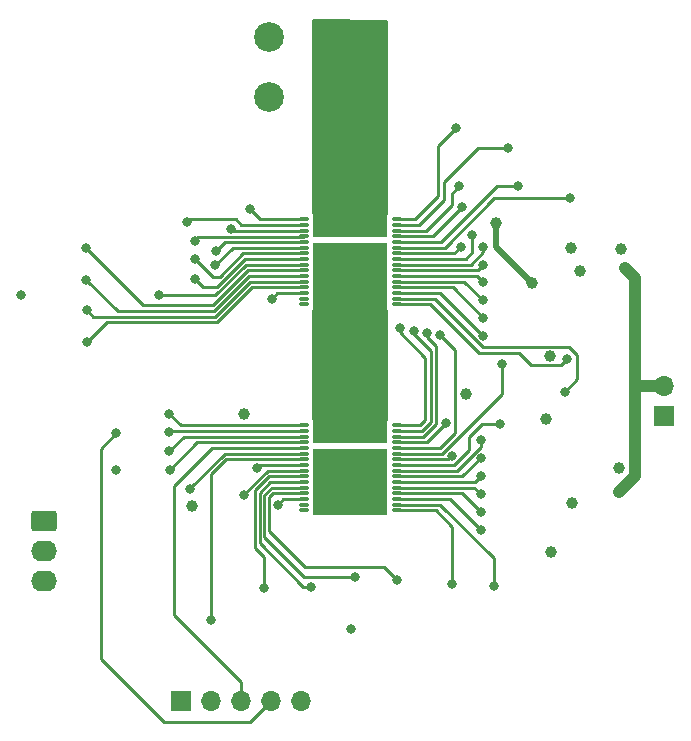
<source format=gbr>
%TF.GenerationSoftware,KiCad,Pcbnew,(6.0.0-0)*%
%TF.CreationDate,2022-06-10T22:05:24-07:00*%
%TF.ProjectId,bitaxe,62697461-7865-42e6-9b69-6361645f7063,rev?*%
%TF.SameCoordinates,Original*%
%TF.FileFunction,Copper,L4,Bot*%
%TF.FilePolarity,Positive*%
%FSLAX46Y46*%
G04 Gerber Fmt 4.6, Leading zero omitted, Abs format (unit mm)*
G04 Created by KiCad (PCBNEW (6.0.0-0)) date 2022-06-10 22:05:24*
%MOMM*%
%LPD*%
G01*
G04 APERTURE LIST*
G04 Aperture macros list*
%AMRoundRect*
0 Rectangle with rounded corners*
0 $1 Rounding radius*
0 $2 $3 $4 $5 $6 $7 $8 $9 X,Y pos of 4 corners*
0 Add a 4 corners polygon primitive as box body*
4,1,4,$2,$3,$4,$5,$6,$7,$8,$9,$2,$3,0*
0 Add four circle primitives for the rounded corners*
1,1,$1+$1,$2,$3*
1,1,$1+$1,$4,$5*
1,1,$1+$1,$6,$7*
1,1,$1+$1,$8,$9*
0 Add four rect primitives between the rounded corners*
20,1,$1+$1,$2,$3,$4,$5,0*
20,1,$1+$1,$4,$5,$6,$7,0*
20,1,$1+$1,$6,$7,$8,$9,0*
20,1,$1+$1,$8,$9,$2,$3,0*%
G04 Aperture macros list end*
%TA.AperFunction,ComponentPad*%
%ADD10O,2.190000X1.740000*%
%TD*%
%TA.AperFunction,ComponentPad*%
%ADD11RoundRect,0.250000X-0.845000X0.620000X-0.845000X-0.620000X0.845000X-0.620000X0.845000X0.620000X0*%
%TD*%
%TA.AperFunction,ComponentPad*%
%ADD12C,2.520000*%
%TD*%
%TA.AperFunction,ComponentPad*%
%ADD13O,1.700000X1.700000*%
%TD*%
%TA.AperFunction,ComponentPad*%
%ADD14R,1.700000X1.700000*%
%TD*%
%TA.AperFunction,SMDPad,CuDef*%
%ADD15RoundRect,0.135000X0.295000X0.000000X-0.295000X0.000000X-0.295000X0.000000X0.295000X0.000000X0*%
%TD*%
%TA.AperFunction,SMDPad,CuDef*%
%ADD16R,6.300000X1.850000*%
%TD*%
%TA.AperFunction,SMDPad,CuDef*%
%ADD17R,6.300000X5.550000*%
%TD*%
%TA.AperFunction,ViaPad*%
%ADD18C,0.800000*%
%TD*%
%TA.AperFunction,ViaPad*%
%ADD19C,1.000000*%
%TD*%
%TA.AperFunction,Conductor*%
%ADD20C,0.254000*%
%TD*%
%TA.AperFunction,Conductor*%
%ADD21C,1.000000*%
%TD*%
%TA.AperFunction,Conductor*%
%ADD22C,0.508000*%
%TD*%
G04 APERTURE END LIST*
D10*
%TO.P,J5,3,Pin_3*%
%TO.N,/PWM*%
X63350000Y-94680000D03*
%TO.P,J5,2,Pin_2*%
%TO.N,/5V*%
X63350000Y-92140000D03*
D11*
%TO.P,J5,1,Pin_1*%
%TO.N,GND*%
X63350000Y-89600000D03*
%TD*%
D12*
%TO.P,J2,1,Pin_1*%
%TO.N,GND*%
X82380000Y-48640000D03*
X82380000Y-53720000D03*
%TD*%
%TO.P,J1,1,Pin_1*%
%TO.N,/VIN*%
X89290000Y-53720000D03*
X89290000Y-48640000D03*
%TD*%
D13*
%TO.P,J3,5,Pin_5*%
%TO.N,GND*%
X85120000Y-104860000D03*
%TO.P,J3,4,Pin_4*%
%TO.N,/RST_N*%
X82580000Y-104860000D03*
%TO.P,J3,3,Pin_3*%
%TO.N,/RO*%
X80040000Y-104860000D03*
%TO.P,J3,2,Pin_2*%
%TO.N,/CI*%
X77500000Y-104860000D03*
D14*
%TO.P,J3,1,Pin_1*%
%TO.N,/1V8_2*%
X74960000Y-104860000D03*
%TD*%
%TO.P,J4,1,Pin_1*%
%TO.N,GND*%
X115890000Y-80745000D03*
D13*
%TO.P,J4,2,Pin_2*%
%TO.N,/5V*%
X115890000Y-78205000D03*
%TD*%
D15*
%TO.P,IC1,1,NRSTO*%
%TO.N,Net-(IC1-Pad1)*%
X93224600Y-64050000D03*
%TO.P,IC1,2,BO*%
%TO.N,Net-(IC1-Pad2)*%
X93224600Y-64530000D03*
%TO.P,IC1,3,RI_A*%
%TO.N,Net-(IC1-Pad3)*%
X93224600Y-65010000D03*
%TO.P,IC1,4,RI*%
%TO.N,Net-(IC1-Pad4)*%
X93224600Y-65490000D03*
%TO.P,IC1,5,CO*%
%TO.N,Net-(IC1-Pad5)*%
X93224600Y-65970000D03*
%TO.P,IC1,6,CLKO*%
%TO.N,Net-(IC1-Pad6)*%
X93224600Y-66450000D03*
%TO.P,IC1,7,PLL_VSS*%
%TO.N,/A*%
X93224600Y-66930000D03*
%TO.P,IC1,8,PLL_VDD*%
%TO.N,/0V8_1*%
X93224600Y-67410000D03*
%TO.P,IC1,9,VDDIO_08*%
%TO.N,Net-(IC1-Pad9)*%
X93224600Y-67890000D03*
%TO.P,IC1,10,LDO_08O*%
%TO.N,Net-(IC1-Pad10)*%
X93224600Y-68370000D03*
%TO.P,IC1,11,LDO_18I*%
%TO.N,Net-(IC1-Pad11)*%
X93224600Y-68850000D03*
%TO.P,IC1,12,VDDIO_18*%
%TO.N,Net-(IC1-Pad12)*%
X93224600Y-69330000D03*
%TO.P,IC1,13,LDO_18O*%
%TO.N,Net-(IC1-Pad13)*%
X93224600Y-69810000D03*
%TO.P,IC1,14,LDO_25I*%
%TO.N,Net-(IC1-Pad14)*%
X93224600Y-70290000D03*
%TO.P,IC1,15,TEMP_P*%
%TO.N,Net-(IC1-Pad15)*%
X93224600Y-70770000D03*
%TO.P,IC1,16,TEMP_N*%
%TO.N,Net-(IC1-Pad16)*%
X93224600Y-71250000D03*
%TO.P,IC1,17,RF*%
%TO.N,unconnected-(IC1-Pad17)*%
X85355400Y-71250000D03*
%TO.P,IC1,18,TF*%
%TO.N,unconnected-(IC1-Pad18)*%
X85355400Y-70770000D03*
%TO.P,IC1,19,TEST*%
%TO.N,/A*%
X85355400Y-70290000D03*
%TO.P,IC1,20,ADDR0*%
%TO.N,Net-(IC1-Pad20)*%
X85355400Y-69810000D03*
%TO.P,IC1,21,ADDR1*%
%TO.N,Net-(IC1-Pad21)*%
X85355400Y-69330000D03*
%TO.P,IC1,22,ADDR2*%
%TO.N,Net-(IC1-Pad22)*%
X85355400Y-68850000D03*
%TO.P,IC1,23,ADDR3*%
%TO.N,Net-(IC1-Pad23)*%
X85355400Y-68370000D03*
%TO.P,IC1,24,XIN*%
%TO.N,Net-(C3-Pad1)*%
X85355400Y-67890000D03*
%TO.P,IC1,25,XOUT*%
%TO.N,Net-(IC1-Pad25)*%
X85355400Y-67410000D03*
%TO.P,IC1,26,CI*%
%TO.N,Net-(IC1-Pad26)*%
X85355400Y-66930000D03*
%TO.P,IC1,27,CI_A*%
%TO.N,Net-(IC1-Pad27)*%
X85355400Y-66450000D03*
%TO.P,IC1,28,RO*%
%TO.N,Net-(IC1-Pad28)*%
X85355400Y-65970000D03*
%TO.P,IC1,29,BI*%
%TO.N,Net-(IC1-Pad29)*%
X85355400Y-65490000D03*
%TO.P,IC1,30,BI_A*%
%TO.N,Net-(IC1-Pad30)*%
X85355400Y-65010000D03*
%TO.P,IC1,31,RST_N*%
%TO.N,Net-(IC1-Pad31)*%
X85355400Y-64530000D03*
%TO.P,IC1,32,NRST_A*%
%TO.N,Net-(IC1-Pad32)*%
X85355400Y-64050000D03*
D16*
%TO.P,IC1,33,VDD*%
%TO.N,/VIN*%
X89290000Y-64650000D03*
D17*
%TO.P,IC1,34,GND*%
%TO.N,/A*%
X89290000Y-68850000D03*
%TD*%
D15*
%TO.P,IC2,1,NRSTO*%
%TO.N,Net-(IC1-Pad32)*%
X93224600Y-81490000D03*
%TO.P,IC2,2,BO*%
%TO.N,Net-(IC1-Pad30)*%
X93224600Y-81970000D03*
%TO.P,IC2,3,RI_A*%
%TO.N,Net-(IC1-Pad28)*%
X93224600Y-82450000D03*
%TO.P,IC2,4,RI*%
%TO.N,Net-(IC2-Pad4)*%
X93224600Y-82930000D03*
%TO.P,IC2,5,CO*%
%TO.N,Net-(IC1-Pad27)*%
X93224600Y-83410000D03*
%TO.P,IC2,6,CLKO*%
%TO.N,Net-(IC2-Pad6)*%
X93224600Y-83890000D03*
%TO.P,IC2,7,PLL_VSS*%
%TO.N,GND*%
X93224600Y-84370000D03*
%TO.P,IC2,8,PLL_VDD*%
%TO.N,/0V8_2*%
X93224600Y-84850000D03*
%TO.P,IC2,9,VDDIO_08*%
%TO.N,Net-(IC2-Pad9)*%
X93224600Y-85330000D03*
%TO.P,IC2,10,LDO_08O*%
%TO.N,Net-(IC2-Pad10)*%
X93224600Y-85810000D03*
%TO.P,IC2,11,LDO_18I*%
%TO.N,Net-(IC2-Pad11)*%
X93224600Y-86290000D03*
%TO.P,IC2,12,VDDIO_18*%
%TO.N,Net-(IC2-Pad12)*%
X93224600Y-86770000D03*
%TO.P,IC2,13,LDO_18O*%
%TO.N,Net-(IC2-Pad13)*%
X93224600Y-87250000D03*
%TO.P,IC2,14,LDO_25I*%
%TO.N,Net-(IC2-Pad14)*%
X93224600Y-87730000D03*
%TO.P,IC2,15,TEMP_P*%
%TO.N,Net-(IC2-Pad15)*%
X93224600Y-88210000D03*
%TO.P,IC2,16,TEMP_N*%
%TO.N,Net-(IC2-Pad16)*%
X93224600Y-88690000D03*
%TO.P,IC2,17,RF*%
%TO.N,unconnected-(IC2-Pad17)*%
X85355400Y-88690000D03*
%TO.P,IC2,18,TF*%
%TO.N,unconnected-(IC2-Pad18)*%
X85355400Y-88210000D03*
%TO.P,IC2,19,TEST*%
%TO.N,GND*%
X85355400Y-87730000D03*
%TO.P,IC2,20,ADDR0*%
%TO.N,Net-(IC2-Pad20)*%
X85355400Y-87250000D03*
%TO.P,IC2,21,ADDR1*%
%TO.N,Net-(IC2-Pad21)*%
X85355400Y-86770000D03*
%TO.P,IC2,22,ADDR2*%
%TO.N,Net-(IC2-Pad22)*%
X85355400Y-86290000D03*
%TO.P,IC2,23,ADDR3*%
%TO.N,Net-(IC2-Pad23)*%
X85355400Y-85810000D03*
%TO.P,IC2,24,XIN*%
%TO.N,Net-(C11-Pad1)*%
X85355400Y-85330000D03*
%TO.P,IC2,25,XOUT*%
%TO.N,Net-(C8-Pad1)*%
X85355400Y-84850000D03*
%TO.P,IC2,26,CI*%
%TO.N,/CI*%
X85355400Y-84370000D03*
%TO.P,IC2,27,CI_A*%
%TO.N,Net-(IC2-Pad27)*%
X85355400Y-83890000D03*
%TO.P,IC2,28,RO*%
%TO.N,/RO*%
X85355400Y-83410000D03*
%TO.P,IC2,29,BI*%
%TO.N,Net-(IC2-Pad29)*%
X85355400Y-82930000D03*
%TO.P,IC2,30,BI_A*%
%TO.N,Net-(IC2-Pad30)*%
X85355400Y-82450000D03*
%TO.P,IC2,31,RST_N*%
%TO.N,Net-(IC2-Pad31)*%
X85355400Y-81970000D03*
%TO.P,IC2,32,NRST_A*%
%TO.N,Net-(IC2-Pad32)*%
X85355400Y-81490000D03*
D16*
%TO.P,IC2,33,VDD*%
%TO.N,/A*%
X89290000Y-82090000D03*
D17*
%TO.P,IC2,34,GND*%
%TO.N,GND*%
X89290000Y-86290000D03*
%TD*%
D18*
%TO.N,Net-(IC1-Pad6)*%
X107930000Y-62270000D03*
%TO.N,Net-(IC1-Pad5)*%
X103490000Y-61240000D03*
%TO.N,Net-(IC1-Pad2)*%
X102640000Y-58050000D03*
%TO.N,Net-(IC1-Pad1)*%
X98220000Y-56290000D03*
%TO.N,/VIN*%
X91800000Y-64570000D03*
X86800000Y-62330000D03*
X87990000Y-64570000D03*
X86780000Y-64570000D03*
X90500000Y-64570000D03*
X89250000Y-64570000D03*
X91820000Y-62330000D03*
%TO.N,/A*%
X86710000Y-66700000D03*
D19*
X106220000Y-75610000D03*
X107950000Y-66510000D03*
D18*
X87990000Y-82050000D03*
X91800000Y-82050000D03*
X86710000Y-70870000D03*
X86710000Y-69280000D03*
X89245000Y-70870000D03*
X91780000Y-66700000D03*
X89250000Y-82050000D03*
X91780000Y-70870000D03*
X82640000Y-70780000D03*
X87997500Y-67930000D03*
X89265000Y-67930000D03*
X87977500Y-70870000D03*
X90512500Y-66700000D03*
X86740000Y-82050000D03*
X61440000Y-70480000D03*
X86730000Y-67930000D03*
D19*
X108730000Y-68440000D03*
D18*
X90512500Y-70870000D03*
X90512500Y-69280000D03*
X87977500Y-66700000D03*
X89245000Y-69280000D03*
X86760000Y-79610000D03*
X91800000Y-67930000D03*
X90500000Y-82050000D03*
X90532500Y-67930000D03*
X91820000Y-79610000D03*
X89245000Y-66700000D03*
X98680000Y-66370000D03*
X87977500Y-69280000D03*
X91780000Y-69280000D03*
D19*
X112200000Y-66580000D03*
D18*
%TO.N,GND*%
X86750000Y-85580000D03*
D19*
X108060000Y-88040000D03*
D18*
X89290000Y-84310000D03*
X86750000Y-86800000D03*
X91820000Y-85580000D03*
X91820000Y-86800000D03*
X90510000Y-86800000D03*
X86760000Y-84310000D03*
X91850000Y-88210000D03*
X89280000Y-85580000D03*
X88000000Y-85580000D03*
X89310000Y-88210000D03*
X88030000Y-88210000D03*
X90540000Y-88210000D03*
X89380000Y-98730000D03*
D19*
X105850000Y-80960000D03*
D18*
X89280000Y-86800000D03*
X83160000Y-88210000D03*
D19*
X106290000Y-92260000D03*
D18*
X90520000Y-84310000D03*
X90510000Y-85580000D03*
D19*
X80300000Y-80560000D03*
D18*
X91830000Y-84310000D03*
X86780000Y-88210000D03*
D19*
X75910000Y-88290000D03*
X112020000Y-85090000D03*
X99070000Y-78830000D03*
D18*
X88000000Y-86800000D03*
X69470000Y-85250000D03*
X97900000Y-84060000D03*
X88010000Y-84310000D03*
%TO.N,Net-(C8-Pad1)*%
X81390000Y-85120000D03*
%TO.N,Net-(C11-Pad1)*%
X80290000Y-87390000D03*
%TO.N,/CI*%
X77510000Y-98010000D03*
%TO.N,/0V8_2*%
X102020000Y-81400000D03*
%TO.N,/0V8_1*%
X99620000Y-65370000D03*
D19*
%TO.N,/1V8_1*%
X101650000Y-64360000D03*
X104720000Y-69430000D03*
D18*
%TO.N,/RST_N*%
X69510000Y-82170000D03*
D19*
%TO.N,/5V*%
X112020000Y-87170000D03*
X112530000Y-68180000D03*
D18*
%TO.N,Net-(IC1-Pad3)*%
X98540000Y-61260000D03*
%TO.N,Net-(IC1-Pad4)*%
X98760000Y-62970000D03*
%TO.N,Net-(C3-Pad1)*%
X73140000Y-70480000D03*
%TO.N,Net-(IC1-Pad25)*%
X76150000Y-69070000D03*
%TO.N,Net-(IC1-Pad26)*%
X76120000Y-67410000D03*
%TO.N,Net-(IC1-Pad27)*%
X96860000Y-73820000D03*
X77870000Y-67940000D03*
%TO.N,Net-(IC1-Pad28)*%
X77950000Y-66700000D03*
X95800000Y-73640000D03*
%TO.N,Net-(IC1-Pad29)*%
X76120000Y-65850000D03*
%TO.N,Net-(IC1-Pad30)*%
X79200000Y-64840000D03*
X94660000Y-73530000D03*
%TO.N,Net-(IC1-Pad31)*%
X75520000Y-64250000D03*
%TO.N,Net-(IC1-Pad32)*%
X93480000Y-73230000D03*
X80790000Y-63200000D03*
%TO.N,Net-(IC2-Pad4)*%
X97410000Y-81300000D03*
%TO.N,Net-(IC2-Pad6)*%
X102120000Y-76340000D03*
%TO.N,Net-(IC2-Pad27)*%
X75730000Y-86870000D03*
%TO.N,Net-(IC2-Pad29)*%
X74000000Y-85250000D03*
%TO.N,Net-(IC2-Pad30)*%
X73960000Y-83690000D03*
%TO.N,Net-(IC2-Pad31)*%
X73980000Y-82100000D03*
%TO.N,Net-(IC2-Pad32)*%
X73980000Y-80530000D03*
%TO.N,Net-(IC1-Pad9)*%
X100550000Y-66400000D03*
%TO.N,Net-(IC1-Pad10)*%
X100550000Y-67910000D03*
%TO.N,Net-(IC1-Pad11)*%
X100550000Y-69400000D03*
%TO.N,Net-(IC1-Pad12)*%
X100550000Y-70910000D03*
%TO.N,Net-(IC1-Pad13)*%
X100550000Y-72400000D03*
%TO.N,Net-(IC1-Pad14)*%
X100550000Y-73910000D03*
%TO.N,Net-(IC1-Pad15)*%
X107500000Y-78630000D03*
%TO.N,Net-(IC1-Pad16)*%
X107660000Y-75920000D03*
%TO.N,Net-(IC2-Pad9)*%
X100350000Y-82770000D03*
%TO.N,Net-(IC2-Pad10)*%
X100330000Y-84280000D03*
%TO.N,Net-(IC2-Pad11)*%
X100360000Y-85790000D03*
%TO.N,Net-(IC2-Pad12)*%
X100340000Y-87300000D03*
%TO.N,Net-(IC2-Pad13)*%
X100340000Y-88820000D03*
%TO.N,Net-(IC2-Pad14)*%
X100350000Y-90330000D03*
%TO.N,Net-(IC2-Pad15)*%
X101450000Y-95110000D03*
%TO.N,Net-(IC2-Pad16)*%
X97910000Y-94900000D03*
%TO.N,Net-(IC1-Pad20)*%
X66980000Y-74456667D03*
%TO.N,Net-(IC1-Pad21)*%
X66980000Y-71766667D03*
%TO.N,Net-(IC1-Pad22)*%
X66960000Y-69176667D03*
%TO.N,Net-(IC1-Pad23)*%
X66940000Y-66496667D03*
%TO.N,Net-(IC2-Pad20)*%
X93290000Y-94580000D03*
%TO.N,Net-(IC2-Pad21)*%
X89700000Y-94340000D03*
%TO.N,Net-(IC2-Pad22)*%
X85970000Y-95150000D03*
%TO.N,Net-(IC2-Pad23)*%
X81990000Y-95280000D03*
%TD*%
D20*
%TO.N,/A*%
X98680000Y-66370000D02*
X98120000Y-66930000D01*
X98120000Y-66930000D02*
X93224600Y-66930000D01*
%TO.N,/0V8_1*%
X99620000Y-66850000D02*
X99060000Y-67410000D01*
X99620000Y-65370000D02*
X99620000Y-66850000D01*
X99060000Y-67410000D02*
X93224600Y-67410000D01*
%TO.N,Net-(IC1-Pad6)*%
X93224600Y-66450000D02*
X97300000Y-66450000D01*
X97300000Y-66450000D02*
X101480000Y-62270000D01*
X101480000Y-62270000D02*
X107930000Y-62270000D01*
%TO.N,Net-(IC1-Pad5)*%
X93224600Y-65970000D02*
X96970000Y-65970000D01*
X96970000Y-65970000D02*
X101700000Y-61240000D01*
X101700000Y-61240000D02*
X103490000Y-61240000D01*
%TO.N,Net-(IC1-Pad4)*%
X98760000Y-63020000D02*
X96290000Y-65490000D01*
X96290000Y-65490000D02*
X93224600Y-65490000D01*
X98760000Y-62970000D02*
X98760000Y-63020000D01*
%TO.N,Net-(IC1-Pad3)*%
X93224600Y-65010000D02*
X95680000Y-65010000D01*
X95680000Y-65010000D02*
X97881089Y-62808911D01*
X97881089Y-62808911D02*
X97881089Y-61918911D01*
X97881089Y-61918911D02*
X98540000Y-61260000D01*
%TO.N,Net-(IC1-Pad2)*%
X93224600Y-64530000D02*
X95160000Y-64530000D01*
X95160000Y-64530000D02*
X97280000Y-62410000D01*
X97280000Y-62410000D02*
X97280000Y-60890000D01*
X97280000Y-60890000D02*
X100120000Y-58050000D01*
X100120000Y-58050000D02*
X102640000Y-58050000D01*
%TO.N,Net-(IC1-Pad1)*%
X93224600Y-64050000D02*
X94750000Y-64050000D01*
X94750000Y-64050000D02*
X96690000Y-62110000D01*
X96690000Y-62110000D02*
X96690000Y-57820000D01*
X96690000Y-57820000D02*
X98220000Y-56290000D01*
%TO.N,Net-(IC1-Pad9)*%
X93224600Y-67890000D02*
X99490000Y-67890000D01*
X99490000Y-67890000D02*
X100550000Y-66830000D01*
X100550000Y-66830000D02*
X100550000Y-66400000D01*
%TO.N,Net-(IC1-Pad27)*%
X77870000Y-67940000D02*
X79360000Y-66450000D01*
X79360000Y-66450000D02*
X85355400Y-66450000D01*
%TO.N,Net-(IC1-Pad23)*%
X85355400Y-68370000D02*
X85354480Y-68369080D01*
X85354480Y-68369080D02*
X80610920Y-68369080D01*
X80610920Y-68369080D02*
X77650000Y-71330000D01*
X77650000Y-71330000D02*
X71773333Y-71330000D01*
X71773333Y-71330000D02*
X66940000Y-66496667D01*
%TO.N,/RO*%
X85355400Y-83410000D02*
X85320000Y-83410000D01*
X85320000Y-83410000D02*
X85300000Y-83430000D01*
X85300000Y-83430000D02*
X77590000Y-83430000D01*
X77590000Y-83430000D02*
X74370000Y-86650000D01*
X74370000Y-86650000D02*
X74370000Y-97560000D01*
X80040000Y-103230000D02*
X80040000Y-104860000D01*
X74370000Y-97560000D02*
X80040000Y-103230000D01*
%TO.N,Net-(IC1-Pad16)*%
X93224600Y-71250000D02*
X96090000Y-71250000D01*
X96090000Y-71250000D02*
X100230000Y-75390000D01*
X103600000Y-75390000D02*
X104620000Y-76410000D01*
X104620000Y-76410000D02*
X107170000Y-76410000D01*
X100230000Y-75390000D02*
X103600000Y-75390000D01*
X107170000Y-76410000D02*
X107660000Y-75920000D01*
%TO.N,Net-(IC1-Pad15)*%
X93224600Y-70770000D02*
X96449874Y-70770000D01*
X100509874Y-74830000D02*
X107830000Y-74830000D01*
X107830000Y-74830000D02*
X108530000Y-75530000D01*
X96449874Y-70770000D02*
X100509874Y-74830000D01*
X108530000Y-75530000D02*
X108530000Y-77600000D01*
X108530000Y-77600000D02*
X107500000Y-78630000D01*
%TO.N,Net-(IC1-Pad28)*%
X95800000Y-73640000D02*
X95800000Y-74000000D01*
X95800000Y-74000000D02*
X96575920Y-74775920D01*
X96575920Y-74775920D02*
X96575920Y-81348138D01*
X96575920Y-81348138D02*
X95474058Y-82450000D01*
X95474058Y-82450000D02*
X93224600Y-82450000D01*
D21*
%TO.N,/5V*%
X113410000Y-78120000D02*
X113410000Y-69060000D01*
X113495000Y-78205000D02*
X115890000Y-78205000D01*
X113410000Y-85780000D02*
X113410000Y-78120000D01*
X113410000Y-78120000D02*
X113495000Y-78205000D01*
X112020000Y-87170000D02*
X113410000Y-85780000D01*
X113410000Y-69060000D02*
X112530000Y-68180000D01*
D20*
%TO.N,Net-(IC2-Pad31)*%
X85355400Y-81970000D02*
X74110000Y-81970000D01*
X74110000Y-81970000D02*
X73980000Y-82100000D01*
%TO.N,/A*%
X85355400Y-70290000D02*
X83130000Y-70290000D01*
X83130000Y-70290000D02*
X82640000Y-70780000D01*
%TO.N,GND*%
X93224600Y-84370000D02*
X97590000Y-84370000D01*
X83640000Y-87730000D02*
X83160000Y-88210000D01*
X85355400Y-87730000D02*
X83640000Y-87730000D01*
X97590000Y-84370000D02*
X97900000Y-84060000D01*
%TO.N,Net-(C8-Pad1)*%
X81660000Y-84850000D02*
X81390000Y-85120000D01*
X85355400Y-84850000D02*
X81660000Y-84850000D01*
%TO.N,Net-(C11-Pad1)*%
X80290000Y-87390000D02*
X80290000Y-87320000D01*
X82295943Y-85330000D02*
X80290000Y-87335943D01*
X85355400Y-85330000D02*
X82295943Y-85330000D01*
X80290000Y-87335943D02*
X80290000Y-87390000D01*
%TO.N,/CI*%
X77510000Y-85610000D02*
X77510000Y-98010000D01*
X85355400Y-84370000D02*
X78750000Y-84370000D01*
X78750000Y-84370000D02*
X77510000Y-85610000D01*
%TO.N,/0V8_2*%
X100470000Y-81400000D02*
X102020000Y-81400000D01*
X98080000Y-84850000D02*
X99370000Y-83560000D01*
X99370000Y-83560000D02*
X99370000Y-82500000D01*
X93224600Y-84850000D02*
X98080000Y-84850000D01*
X99370000Y-82500000D02*
X100470000Y-81400000D01*
D22*
%TO.N,/1V8_1*%
X101650000Y-66360000D02*
X104720000Y-69430000D01*
X101650000Y-64360000D02*
X101650000Y-66360000D01*
D20*
%TO.N,/RST_N*%
X73500000Y-106600000D02*
X68210000Y-101310000D01*
X69510000Y-82170000D02*
X68210000Y-83470000D01*
X68210000Y-101310000D02*
X68210000Y-83470000D01*
X82580000Y-104860000D02*
X80840000Y-106600000D01*
X80840000Y-106600000D02*
X73500000Y-106600000D01*
%TO.N,Net-(C3-Pad1)*%
X80448240Y-67890000D02*
X77858240Y-70480000D01*
X77858240Y-70480000D02*
X73140000Y-70480000D01*
X85355400Y-67890000D02*
X80448240Y-67890000D01*
%TO.N,Net-(IC1-Pad25)*%
X78014184Y-69750000D02*
X76830000Y-69750000D01*
X85355400Y-67410000D02*
X80354184Y-67410000D01*
X80354184Y-67410000D02*
X78014184Y-69750000D01*
X76830000Y-69750000D02*
X76150000Y-69070000D01*
%TO.N,Net-(IC1-Pad26)*%
X80260126Y-66930000D02*
X78231215Y-68958911D01*
X76120000Y-67420000D02*
X77658911Y-68958911D01*
X76120000Y-67410000D02*
X76120000Y-67420000D01*
X85355400Y-66930000D02*
X80260126Y-66930000D01*
X77658911Y-68958911D02*
X78231215Y-68958911D01*
%TO.N,Net-(IC1-Pad27)*%
X96860000Y-83410000D02*
X98130000Y-82140000D01*
X93224600Y-83410000D02*
X96860000Y-83410000D01*
X98130000Y-75090000D02*
X98130000Y-82140000D01*
X96860000Y-73820000D02*
X98130000Y-75090000D01*
%TO.N,Net-(IC1-Pad28)*%
X78680000Y-65970000D02*
X77950000Y-66700000D01*
X85355400Y-65970000D02*
X78680000Y-65970000D01*
%TO.N,Net-(IC1-Pad29)*%
X85326489Y-65518911D02*
X76451089Y-65518911D01*
X85355400Y-65490000D02*
X85326489Y-65518911D01*
X76451089Y-65518911D02*
X76120000Y-65850000D01*
%TO.N,Net-(IC1-Pad30)*%
X95380000Y-81970000D02*
X96170000Y-81180000D01*
X94660000Y-73720000D02*
X96170000Y-75230000D01*
X93224600Y-81970000D02*
X95380000Y-81970000D01*
X85355400Y-65010000D02*
X79370000Y-65010000D01*
X79370000Y-65010000D02*
X79200000Y-64840000D01*
X94660000Y-73530000D02*
X94660000Y-73720000D01*
X96170000Y-75230000D02*
X96170000Y-81180000D01*
%TO.N,Net-(IC1-Pad31)*%
X75520000Y-64250000D02*
X75710000Y-64060000D01*
X85355400Y-64530000D02*
X80090000Y-64530000D01*
X80090000Y-64530000D02*
X79620000Y-64060000D01*
X75710000Y-64060000D02*
X79620000Y-64060000D01*
%TO.N,Net-(IC1-Pad32)*%
X93480000Y-73230000D02*
X93480000Y-73590000D01*
X81640000Y-64050000D02*
X80790000Y-63200000D01*
X85355400Y-64050000D02*
X81640000Y-64050000D01*
X93224600Y-81490000D02*
X95190000Y-81490000D01*
X93480000Y-73590000D02*
X95650000Y-75760000D01*
X95190000Y-81490000D02*
X95650000Y-81030000D01*
X95650000Y-75760000D02*
X95650000Y-81030000D01*
%TO.N,Net-(IC2-Pad4)*%
X93224600Y-82930000D02*
X95780000Y-82930000D01*
X95780000Y-82930000D02*
X97410000Y-81300000D01*
%TO.N,Net-(IC2-Pad6)*%
X93224600Y-83890000D02*
X97109874Y-83890000D01*
X102120000Y-78879874D02*
X102120000Y-76340000D01*
X97109874Y-83890000D02*
X102120000Y-78879874D01*
%TO.N,Net-(IC2-Pad27)*%
X78655942Y-83890000D02*
X75730000Y-86815942D01*
X75730000Y-86815942D02*
X75730000Y-86870000D01*
X85355400Y-83890000D02*
X78655942Y-83890000D01*
%TO.N,Net-(IC2-Pad29)*%
X85355400Y-82930000D02*
X76320000Y-82930000D01*
X76320000Y-82930000D02*
X74000000Y-85250000D01*
%TO.N,Net-(IC2-Pad30)*%
X85355400Y-82450000D02*
X75200000Y-82450000D01*
X75200000Y-82450000D02*
X73960000Y-83690000D01*
%TO.N,Net-(IC2-Pad32)*%
X85355400Y-81490000D02*
X74940000Y-81490000D01*
X74940000Y-81490000D02*
X73980000Y-80530000D01*
%TO.N,Net-(IC1-Pad10)*%
X100090000Y-68370000D02*
X100550000Y-67910000D01*
X93224600Y-68370000D02*
X100090000Y-68370000D01*
%TO.N,Net-(IC1-Pad11)*%
X100000000Y-68850000D02*
X100550000Y-69400000D01*
X93224600Y-68850000D02*
X100000000Y-68850000D01*
%TO.N,Net-(IC1-Pad12)*%
X98970000Y-69330000D02*
X100550000Y-70910000D01*
X93224600Y-69330000D02*
X98970000Y-69330000D01*
%TO.N,Net-(IC1-Pad13)*%
X93224600Y-69810000D02*
X97960000Y-69810000D01*
X97960000Y-69810000D02*
X100550000Y-72400000D01*
%TO.N,Net-(IC1-Pad14)*%
X96930000Y-70290000D02*
X100550000Y-73910000D01*
X93224600Y-70290000D02*
X96930000Y-70290000D01*
%TO.N,Net-(IC2-Pad9)*%
X98319874Y-85330000D02*
X100350000Y-83299874D01*
X93224600Y-85330000D02*
X98319874Y-85330000D01*
X100350000Y-83299874D02*
X100350000Y-82770000D01*
%TO.N,Net-(IC2-Pad10)*%
X98800000Y-85810000D02*
X100330000Y-84280000D01*
X93224600Y-85810000D02*
X98800000Y-85810000D01*
%TO.N,Net-(IC2-Pad11)*%
X93224600Y-86290000D02*
X93255520Y-86259080D01*
X93255520Y-86259080D02*
X99890920Y-86259080D01*
X99890920Y-86259080D02*
X100360000Y-85790000D01*
%TO.N,Net-(IC2-Pad12)*%
X99810000Y-86770000D02*
X100340000Y-87300000D01*
X93224600Y-86770000D02*
X99810000Y-86770000D01*
%TO.N,Net-(IC2-Pad13)*%
X98770000Y-87250000D02*
X100340000Y-88820000D01*
X93224600Y-87250000D02*
X98770000Y-87250000D01*
%TO.N,Net-(IC2-Pad14)*%
X93224600Y-87730000D02*
X97750000Y-87730000D01*
X97750000Y-87730000D02*
X100350000Y-90330000D01*
%TO.N,Net-(IC2-Pad15)*%
X96930000Y-88210000D02*
X101450000Y-92730000D01*
X93224600Y-88210000D02*
X96930000Y-88210000D01*
X101450000Y-92730000D02*
X101450000Y-95110000D01*
%TO.N,Net-(IC2-Pad16)*%
X93224600Y-88690000D02*
X96530000Y-88690000D01*
X96530000Y-88690000D02*
X97930000Y-90090000D01*
X97930000Y-94880000D02*
X97910000Y-94900000D01*
X97930000Y-90090000D02*
X97930000Y-94880000D01*
%TO.N,Net-(IC1-Pad20)*%
X80948116Y-69810000D02*
X78028116Y-72730000D01*
X85355400Y-69810000D02*
X80948116Y-69810000D01*
X68706667Y-72730000D02*
X66980000Y-74456667D01*
X78028116Y-72730000D02*
X68706667Y-72730000D01*
%TO.N,Net-(IC1-Pad21)*%
X85355400Y-69330000D02*
X80854058Y-69330000D01*
X67513333Y-72300000D02*
X66980000Y-71766667D01*
X80854058Y-69330000D02*
X77884058Y-72300000D01*
X77884058Y-72300000D02*
X67513333Y-72300000D01*
%TO.N,Net-(IC1-Pad22)*%
X85355400Y-68850000D02*
X80760000Y-68850000D01*
X77770000Y-71840000D02*
X69623333Y-71840000D01*
X69623333Y-71840000D02*
X66960000Y-69176667D01*
X80760000Y-68850000D02*
X77770000Y-71840000D01*
%TO.N,Net-(IC2-Pad20)*%
X92200000Y-93490000D02*
X93290000Y-94580000D01*
X85458116Y-93490000D02*
X92200000Y-93490000D01*
X82790000Y-87250000D02*
X82450000Y-87590000D01*
X85355400Y-87250000D02*
X82790000Y-87250000D01*
X82450000Y-90481884D02*
X85458116Y-93490000D01*
X82450000Y-87590000D02*
X82450000Y-90481884D01*
%TO.N,Net-(IC2-Pad21)*%
X85355400Y-86770000D02*
X82640000Y-86770000D01*
X85400000Y-94340000D02*
X89700000Y-94340000D01*
X82031840Y-90971840D02*
X85400000Y-94340000D01*
X82031840Y-87378160D02*
X82031840Y-90971840D01*
X82640000Y-86770000D02*
X82031840Y-87378160D01*
%TO.N,Net-(IC2-Pad22)*%
X81625920Y-87204080D02*
X81625920Y-91435920D01*
X81625920Y-91435920D02*
X85340000Y-95150000D01*
X85340000Y-95150000D02*
X85970000Y-95150000D01*
X85355400Y-86290000D02*
X82540000Y-86290000D01*
X82540000Y-86290000D02*
X81625920Y-87204080D01*
%TO.N,Net-(IC2-Pad23)*%
X81220000Y-91840000D02*
X81990000Y-92610000D01*
X81220000Y-86980000D02*
X81220000Y-91840000D01*
X82390000Y-85810000D02*
X81220000Y-86980000D01*
X85355400Y-85810000D02*
X82390000Y-85810000D01*
X81990000Y-92610000D02*
X81990000Y-95280000D01*
%TD*%
%TA.AperFunction,Conductor*%
%TO.N,/A*%
G36*
X92265985Y-66103502D02*
G01*
X92312478Y-66157158D01*
X92318878Y-66174406D01*
X92319023Y-66174906D01*
X92319006Y-66245153D01*
X92288971Y-66348534D01*
X92288467Y-66354941D01*
X92288466Y-66354945D01*
X92286293Y-66382556D01*
X92286100Y-66385011D01*
X92286101Y-66514988D01*
X92288971Y-66551466D01*
X92290768Y-66557650D01*
X92319266Y-66655742D01*
X92319266Y-66726047D01*
X92304288Y-66777603D01*
X92304328Y-66791705D01*
X92311598Y-66795000D01*
X92315870Y-66795000D01*
X92383991Y-66815002D01*
X92414202Y-66842651D01*
X92417094Y-66847541D01*
X92422465Y-66852912D01*
X92448358Y-66918860D01*
X92434457Y-66988482D01*
X92422560Y-67006993D01*
X92417094Y-67012459D01*
X92414447Y-67016935D01*
X92357874Y-67057792D01*
X92319430Y-67064389D01*
X92303818Y-67068973D01*
X92302683Y-67076872D01*
X92319266Y-67133953D01*
X92319266Y-67204258D01*
X92288971Y-67308534D01*
X92288467Y-67314941D01*
X92288466Y-67314945D01*
X92286293Y-67342556D01*
X92286100Y-67345011D01*
X92286101Y-67474988D01*
X92288971Y-67511466D01*
X92290768Y-67517650D01*
X92319006Y-67614847D01*
X92319006Y-67685153D01*
X92288971Y-67788534D01*
X92288467Y-67794941D01*
X92288466Y-67794945D01*
X92286293Y-67822556D01*
X92286100Y-67825011D01*
X92286101Y-67954988D01*
X92288971Y-67991466D01*
X92290768Y-67997650D01*
X92319006Y-68094847D01*
X92319006Y-68165153D01*
X92288971Y-68268534D01*
X92288467Y-68274941D01*
X92288466Y-68274945D01*
X92286293Y-68302556D01*
X92286100Y-68305011D01*
X92286101Y-68434988D01*
X92288971Y-68471466D01*
X92290768Y-68477650D01*
X92319006Y-68574847D01*
X92319006Y-68645153D01*
X92288971Y-68748534D01*
X92288467Y-68754941D01*
X92288466Y-68754945D01*
X92286293Y-68782556D01*
X92286100Y-68785011D01*
X92286101Y-68914988D01*
X92288971Y-68951466D01*
X92290768Y-68957650D01*
X92319006Y-69054847D01*
X92319006Y-69125153D01*
X92288971Y-69228534D01*
X92288467Y-69234941D01*
X92288466Y-69234945D01*
X92286293Y-69262556D01*
X92286100Y-69265011D01*
X92286101Y-69394988D01*
X92288971Y-69431466D01*
X92290768Y-69437650D01*
X92319006Y-69534847D01*
X92319006Y-69605153D01*
X92288971Y-69708534D01*
X92288467Y-69714941D01*
X92288466Y-69714945D01*
X92286293Y-69742556D01*
X92286100Y-69745011D01*
X92286101Y-69874988D01*
X92288971Y-69911466D01*
X92290768Y-69917650D01*
X92319006Y-70014847D01*
X92319006Y-70085153D01*
X92288971Y-70188534D01*
X92286100Y-70225011D01*
X92286101Y-70354988D01*
X92288971Y-70391466D01*
X92298714Y-70425000D01*
X92319006Y-70494847D01*
X92319006Y-70565153D01*
X92288971Y-70668534D01*
X92288467Y-70674941D01*
X92288466Y-70674945D01*
X92286293Y-70702556D01*
X92286100Y-70705011D01*
X92286101Y-70834988D01*
X92288971Y-70871466D01*
X92290768Y-70877650D01*
X92319006Y-70974847D01*
X92319006Y-71045153D01*
X92288971Y-71148534D01*
X92288467Y-71154941D01*
X92288466Y-71154945D01*
X92286293Y-71182556D01*
X92286100Y-71185011D01*
X92286101Y-71314988D01*
X92288971Y-71351466D01*
X92334331Y-71507596D01*
X92417094Y-71647541D01*
X92479715Y-71710162D01*
X92513741Y-71772474D01*
X92516620Y-71799331D01*
X92511214Y-80946223D01*
X92491172Y-81014332D01*
X92474309Y-81035244D01*
X92417094Y-81092459D01*
X92334331Y-81232404D01*
X92288971Y-81388534D01*
X92288467Y-81394941D01*
X92288466Y-81394945D01*
X92286293Y-81422556D01*
X92286100Y-81425011D01*
X92286101Y-81554988D01*
X92288971Y-81591466D01*
X92290768Y-81597650D01*
X92319006Y-81694847D01*
X92319006Y-81765153D01*
X92288971Y-81868534D01*
X92288467Y-81874941D01*
X92288466Y-81874945D01*
X92286293Y-81902556D01*
X92286100Y-81905011D01*
X92286101Y-82034988D01*
X92288971Y-82071466D01*
X92290768Y-82077650D01*
X92319006Y-82174847D01*
X92319006Y-82245153D01*
X92288971Y-82348534D01*
X92288467Y-82354941D01*
X92288466Y-82354945D01*
X92286293Y-82382556D01*
X92286100Y-82385011D01*
X92286101Y-82514988D01*
X92288971Y-82551466D01*
X92290768Y-82557650D01*
X92319006Y-82654847D01*
X92319006Y-82725153D01*
X92288971Y-82828534D01*
X92288467Y-82834941D01*
X92288466Y-82834945D01*
X92286293Y-82862556D01*
X92286100Y-82865011D01*
X92286100Y-82875086D01*
X92266098Y-82943207D01*
X92212442Y-82989700D01*
X92160491Y-83001085D01*
X90417322Y-83006499D01*
X90416931Y-83006500D01*
X86419899Y-83006500D01*
X86351778Y-82986498D01*
X86305285Y-82932842D01*
X86293899Y-82880500D01*
X86293899Y-82865012D01*
X86291029Y-82828534D01*
X86260994Y-82725153D01*
X86260994Y-82654847D01*
X86289234Y-82557644D01*
X86291029Y-82551466D01*
X86291535Y-82545047D01*
X86293707Y-82517444D01*
X86293707Y-82517438D01*
X86293900Y-82514989D01*
X86293899Y-82385012D01*
X86291029Y-82348534D01*
X86260994Y-82245153D01*
X86260994Y-82174847D01*
X86289234Y-82077644D01*
X86291029Y-82071466D01*
X86291535Y-82065047D01*
X86293707Y-82037444D01*
X86293707Y-82037438D01*
X86293900Y-82034989D01*
X86293899Y-81905012D01*
X86291029Y-81868534D01*
X86260994Y-81765153D01*
X86260994Y-81694847D01*
X86289234Y-81597644D01*
X86291029Y-81591466D01*
X86291535Y-81585047D01*
X86293707Y-81557444D01*
X86293707Y-81557438D01*
X86293900Y-81554989D01*
X86293899Y-81425012D01*
X86291029Y-81388534D01*
X86245669Y-81232404D01*
X86162906Y-81092459D01*
X86105681Y-81035234D01*
X86071655Y-80972922D01*
X86068776Y-80946213D01*
X86063377Y-71799334D01*
X86083339Y-71731202D01*
X86100282Y-71710165D01*
X86162906Y-71647541D01*
X86245669Y-71507596D01*
X86291029Y-71351466D01*
X86291535Y-71345047D01*
X86293707Y-71317444D01*
X86293707Y-71317438D01*
X86293900Y-71314989D01*
X86293899Y-71185012D01*
X86291029Y-71148534D01*
X86260994Y-71045153D01*
X86260994Y-70974847D01*
X86289234Y-70877644D01*
X86291029Y-70871466D01*
X86291535Y-70865047D01*
X86293707Y-70837444D01*
X86293707Y-70837438D01*
X86293900Y-70834989D01*
X86293899Y-70705012D01*
X86291029Y-70668534D01*
X86260734Y-70564258D01*
X86260734Y-70493953D01*
X86275712Y-70442397D01*
X86275672Y-70428295D01*
X86268402Y-70425000D01*
X86264130Y-70425000D01*
X86196009Y-70404998D01*
X86165798Y-70377349D01*
X86162906Y-70372459D01*
X86157535Y-70367088D01*
X86131642Y-70301140D01*
X86145543Y-70231518D01*
X86157440Y-70213007D01*
X86162906Y-70207541D01*
X86165553Y-70203065D01*
X86222126Y-70162208D01*
X86260570Y-70155611D01*
X86276182Y-70151027D01*
X86277317Y-70143128D01*
X86260734Y-70086047D01*
X86260734Y-70015742D01*
X86289234Y-69917644D01*
X86291029Y-69911466D01*
X86291535Y-69905047D01*
X86293707Y-69877444D01*
X86293707Y-69877438D01*
X86293900Y-69874989D01*
X86293899Y-69745012D01*
X86291029Y-69708534D01*
X86260994Y-69605153D01*
X86260994Y-69534847D01*
X86289234Y-69437644D01*
X86291029Y-69431466D01*
X86291535Y-69425047D01*
X86293707Y-69397444D01*
X86293707Y-69397438D01*
X86293900Y-69394989D01*
X86293899Y-69265012D01*
X86291029Y-69228534D01*
X86260994Y-69125153D01*
X86260994Y-69054847D01*
X86289234Y-68957644D01*
X86291029Y-68951466D01*
X86291535Y-68945047D01*
X86293707Y-68917444D01*
X86293707Y-68917438D01*
X86293900Y-68914989D01*
X86293899Y-68785012D01*
X86291029Y-68748534D01*
X86260994Y-68645153D01*
X86260994Y-68574847D01*
X86289234Y-68477644D01*
X86291029Y-68471466D01*
X86291535Y-68465047D01*
X86293707Y-68437444D01*
X86293707Y-68437438D01*
X86293900Y-68434989D01*
X86293899Y-68305012D01*
X86291029Y-68268534D01*
X86260994Y-68165153D01*
X86260994Y-68094847D01*
X86289234Y-67997644D01*
X86291029Y-67991466D01*
X86291535Y-67985047D01*
X86293707Y-67957444D01*
X86293707Y-67957438D01*
X86293900Y-67954989D01*
X86293899Y-67825012D01*
X86291029Y-67788534D01*
X86260994Y-67685153D01*
X86260994Y-67614847D01*
X86289234Y-67517644D01*
X86291029Y-67511466D01*
X86291535Y-67505047D01*
X86293707Y-67477444D01*
X86293707Y-67477438D01*
X86293900Y-67474989D01*
X86293899Y-67345012D01*
X86291029Y-67308534D01*
X86260994Y-67205153D01*
X86260994Y-67134847D01*
X86281464Y-67064389D01*
X86291029Y-67031466D01*
X86293900Y-66994989D01*
X86293899Y-66865012D01*
X86291029Y-66828534D01*
X86260994Y-66725153D01*
X86260994Y-66654847D01*
X86289234Y-66557644D01*
X86291029Y-66551466D01*
X86291535Y-66545047D01*
X86293707Y-66517444D01*
X86293707Y-66517438D01*
X86293900Y-66514989D01*
X86293899Y-66385012D01*
X86291029Y-66348534D01*
X86260994Y-66245153D01*
X86260977Y-66174906D01*
X86261122Y-66174406D01*
X86299306Y-66114552D01*
X86363788Y-66084843D01*
X86382136Y-66083500D01*
X92197864Y-66083500D01*
X92265985Y-66103502D01*
G37*
%TD.AperFunction*%
%TD*%
%TA.AperFunction,Conductor*%
%TO.N,/VIN*%
G36*
X92395953Y-47218077D02*
G01*
X92463756Y-47239133D01*
X92509411Y-47293503D01*
X92520000Y-47344062D01*
X92520000Y-63497363D01*
X92499998Y-63565484D01*
X92483095Y-63586458D01*
X92417094Y-63652459D01*
X92334331Y-63792404D01*
X92288971Y-63948534D01*
X92288467Y-63954941D01*
X92288466Y-63954945D01*
X92286293Y-63982556D01*
X92286100Y-63985011D01*
X92286101Y-64114988D01*
X92288971Y-64151466D01*
X92290768Y-64157650D01*
X92319006Y-64254847D01*
X92319006Y-64325153D01*
X92288971Y-64428534D01*
X92288467Y-64434941D01*
X92288466Y-64434945D01*
X92286293Y-64462556D01*
X92286100Y-64465011D01*
X92286101Y-64594988D01*
X92288971Y-64631466D01*
X92290768Y-64637650D01*
X92319006Y-64734847D01*
X92319006Y-64805153D01*
X92288971Y-64908534D01*
X92288467Y-64914941D01*
X92288466Y-64914945D01*
X92286293Y-64942556D01*
X92286100Y-64945011D01*
X92286101Y-65074988D01*
X92288971Y-65111466D01*
X92290768Y-65117650D01*
X92319006Y-65214847D01*
X92319006Y-65285153D01*
X92288971Y-65388534D01*
X92288467Y-65394941D01*
X92288466Y-65394945D01*
X92286293Y-65422556D01*
X92286100Y-65425011D01*
X92286100Y-65434000D01*
X92266098Y-65502121D01*
X92212442Y-65548614D01*
X92160100Y-65560000D01*
X86419899Y-65560000D01*
X86351778Y-65539998D01*
X86305285Y-65486342D01*
X86293899Y-65434000D01*
X86293899Y-65425012D01*
X86291029Y-65388534D01*
X86260994Y-65285153D01*
X86260994Y-65214847D01*
X86289234Y-65117644D01*
X86291029Y-65111466D01*
X86291535Y-65105047D01*
X86293707Y-65077444D01*
X86293707Y-65077438D01*
X86293900Y-65074989D01*
X86293899Y-64945012D01*
X86291029Y-64908534D01*
X86260994Y-64805153D01*
X86260994Y-64734847D01*
X86289234Y-64637644D01*
X86291029Y-64631466D01*
X86291535Y-64625047D01*
X86293707Y-64597444D01*
X86293707Y-64597438D01*
X86293900Y-64594989D01*
X86293899Y-64465012D01*
X86291029Y-64428534D01*
X86260994Y-64325153D01*
X86260994Y-64254847D01*
X86289234Y-64157644D01*
X86291029Y-64151466D01*
X86291535Y-64145047D01*
X86293707Y-64117444D01*
X86293707Y-64117438D01*
X86293900Y-64114989D01*
X86293899Y-63985012D01*
X86291029Y-63948534D01*
X86245669Y-63792404D01*
X86162906Y-63652459D01*
X86106905Y-63596458D01*
X86072879Y-63534146D01*
X86070000Y-63507363D01*
X86070000Y-47247969D01*
X86090002Y-47179848D01*
X86143658Y-47133355D01*
X86197953Y-47121984D01*
X92395953Y-47218077D01*
G37*
%TD.AperFunction*%
%TD*%
M02*

</source>
